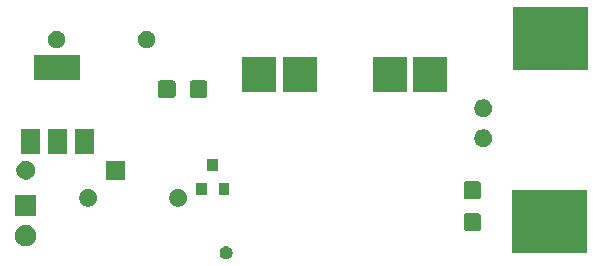
<source format=gts>
G04 #@! TF.GenerationSoftware,KiCad,Pcbnew,(5.1.5)-3*
G04 #@! TF.CreationDate,2020-04-29T21:29:53+02:00*
G04 #@! TF.ProjectId,AGB_LIPO,4147425f-4c49-4504-9f2e-6b696361645f,rev?*
G04 #@! TF.SameCoordinates,Original*
G04 #@! TF.FileFunction,Soldermask,Top*
G04 #@! TF.FilePolarity,Negative*
%FSLAX46Y46*%
G04 Gerber Fmt 4.6, Leading zero omitted, Abs format (unit mm)*
G04 Created by KiCad (PCBNEW (5.1.5)-3) date 2020-04-29 21:29:53*
%MOMM*%
%LPD*%
G04 APERTURE LIST*
%ADD10C,0.100000*%
G04 APERTURE END LIST*
D10*
G36*
X125928500Y-41250000D02*
G01*
X119678500Y-41250000D01*
X119678500Y-36000000D01*
X125928500Y-36000000D01*
X125928500Y-41250000D01*
G37*
X125928500Y-41250000D02*
X119678500Y-41250000D01*
X119678500Y-36000000D01*
X125928500Y-36000000D01*
X125928500Y-41250000D01*
G36*
X125992000Y-25750000D02*
G01*
X119742000Y-25750000D01*
X119742000Y-20500000D01*
X125992000Y-20500000D01*
X125992000Y-25750000D01*
G37*
X125992000Y-25750000D02*
X119742000Y-25750000D01*
X119742000Y-20500000D01*
X125992000Y-20500000D01*
X125992000Y-25750000D01*
G36*
X95601221Y-40745174D02*
G01*
X95701495Y-40786709D01*
X95701496Y-40786710D01*
X95791742Y-40847010D01*
X95868490Y-40923758D01*
X95868491Y-40923760D01*
X95928791Y-41014005D01*
X95970326Y-41114279D01*
X95991500Y-41220730D01*
X95991500Y-41329270D01*
X95970326Y-41435721D01*
X95928791Y-41535995D01*
X95928790Y-41535996D01*
X95868490Y-41626242D01*
X95791742Y-41702990D01*
X95746312Y-41733345D01*
X95701495Y-41763291D01*
X95601221Y-41804826D01*
X95494770Y-41826000D01*
X95386230Y-41826000D01*
X95279779Y-41804826D01*
X95179505Y-41763291D01*
X95134688Y-41733345D01*
X95089258Y-41702990D01*
X95012510Y-41626242D01*
X94952210Y-41535996D01*
X94952209Y-41535995D01*
X94910674Y-41435721D01*
X94889500Y-41329270D01*
X94889500Y-41220730D01*
X94910674Y-41114279D01*
X94952209Y-41014005D01*
X95012509Y-40923760D01*
X95012510Y-40923758D01*
X95089258Y-40847010D01*
X95179504Y-40786710D01*
X95179505Y-40786709D01*
X95279779Y-40745174D01*
X95386230Y-40724000D01*
X95494770Y-40724000D01*
X95601221Y-40745174D01*
G37*
G36*
X78574012Y-38953427D02*
G01*
X78723312Y-38983124D01*
X78887284Y-39051044D01*
X79034854Y-39149647D01*
X79160353Y-39275146D01*
X79258956Y-39422716D01*
X79326876Y-39586688D01*
X79361500Y-39760759D01*
X79361500Y-39938241D01*
X79326876Y-40112312D01*
X79258956Y-40276284D01*
X79160353Y-40423854D01*
X79034854Y-40549353D01*
X78887284Y-40647956D01*
X78723312Y-40715876D01*
X78576017Y-40745174D01*
X78549242Y-40750500D01*
X78371758Y-40750500D01*
X78344983Y-40745174D01*
X78197688Y-40715876D01*
X78033716Y-40647956D01*
X77886146Y-40549353D01*
X77760647Y-40423854D01*
X77662044Y-40276284D01*
X77594124Y-40112312D01*
X77559500Y-39938241D01*
X77559500Y-39760759D01*
X77594124Y-39586688D01*
X77662044Y-39422716D01*
X77760647Y-39275146D01*
X77886146Y-39149647D01*
X78033716Y-39051044D01*
X78197688Y-38983124D01*
X78346988Y-38953427D01*
X78371758Y-38948500D01*
X78549242Y-38948500D01*
X78574012Y-38953427D01*
G37*
G36*
X116841298Y-37941247D02*
G01*
X116876867Y-37952037D01*
X116909639Y-37969554D01*
X116938369Y-37993131D01*
X116961946Y-38021861D01*
X116979463Y-38054633D01*
X116990253Y-38090202D01*
X116994500Y-38133325D01*
X116994500Y-39242675D01*
X116990253Y-39285798D01*
X116979463Y-39321367D01*
X116961946Y-39354139D01*
X116938369Y-39382869D01*
X116909639Y-39406446D01*
X116876867Y-39423963D01*
X116841298Y-39434753D01*
X116798175Y-39439000D01*
X115738825Y-39439000D01*
X115695702Y-39434753D01*
X115660133Y-39423963D01*
X115627361Y-39406446D01*
X115598631Y-39382869D01*
X115575054Y-39354139D01*
X115557537Y-39321367D01*
X115546747Y-39285798D01*
X115542500Y-39242675D01*
X115542500Y-38133325D01*
X115546747Y-38090202D01*
X115557537Y-38054633D01*
X115575054Y-38021861D01*
X115598631Y-37993131D01*
X115627361Y-37969554D01*
X115660133Y-37952037D01*
X115695702Y-37941247D01*
X115738825Y-37937000D01*
X116798175Y-37937000D01*
X116841298Y-37941247D01*
G37*
G36*
X79361500Y-38210500D02*
G01*
X77559500Y-38210500D01*
X77559500Y-36408500D01*
X79361500Y-36408500D01*
X79361500Y-38210500D01*
G37*
G36*
X91595559Y-35917360D02*
G01*
X91732232Y-35973972D01*
X91855235Y-36056160D01*
X91959840Y-36160765D01*
X91959841Y-36160767D01*
X92042029Y-36283770D01*
X92098640Y-36420441D01*
X92122954Y-36542675D01*
X92127500Y-36565533D01*
X92127500Y-36713467D01*
X92098640Y-36858559D01*
X92042028Y-36995232D01*
X91959840Y-37118235D01*
X91855235Y-37222840D01*
X91732232Y-37305028D01*
X91732231Y-37305029D01*
X91732230Y-37305029D01*
X91595559Y-37361640D01*
X91450468Y-37390500D01*
X91302532Y-37390500D01*
X91157441Y-37361640D01*
X91020770Y-37305029D01*
X91020769Y-37305029D01*
X91020768Y-37305028D01*
X90897765Y-37222840D01*
X90793160Y-37118235D01*
X90710972Y-36995232D01*
X90654360Y-36858559D01*
X90625500Y-36713467D01*
X90625500Y-36565533D01*
X90630047Y-36542675D01*
X90654360Y-36420441D01*
X90710971Y-36283770D01*
X90793159Y-36160767D01*
X90793160Y-36160765D01*
X90897765Y-36056160D01*
X91020768Y-35973972D01*
X91157441Y-35917360D01*
X91302532Y-35888500D01*
X91450468Y-35888500D01*
X91595559Y-35917360D01*
G37*
G36*
X83975559Y-35917360D02*
G01*
X84112232Y-35973972D01*
X84235235Y-36056160D01*
X84339840Y-36160765D01*
X84339841Y-36160767D01*
X84422029Y-36283770D01*
X84478640Y-36420441D01*
X84502954Y-36542675D01*
X84507500Y-36565533D01*
X84507500Y-36713467D01*
X84478640Y-36858559D01*
X84422028Y-36995232D01*
X84339840Y-37118235D01*
X84235235Y-37222840D01*
X84112232Y-37305028D01*
X84112231Y-37305029D01*
X84112230Y-37305029D01*
X83975559Y-37361640D01*
X83830468Y-37390500D01*
X83682532Y-37390500D01*
X83537441Y-37361640D01*
X83400770Y-37305029D01*
X83400769Y-37305029D01*
X83400768Y-37305028D01*
X83277765Y-37222840D01*
X83173160Y-37118235D01*
X83090972Y-36995232D01*
X83034360Y-36858559D01*
X83005500Y-36713467D01*
X83005500Y-36565533D01*
X83010047Y-36542675D01*
X83034360Y-36420441D01*
X83090971Y-36283770D01*
X83173159Y-36160767D01*
X83173160Y-36160765D01*
X83277765Y-36056160D01*
X83400768Y-35973972D01*
X83537441Y-35917360D01*
X83682532Y-35888500D01*
X83830468Y-35888500D01*
X83975559Y-35917360D01*
G37*
G36*
X116841298Y-35241247D02*
G01*
X116876867Y-35252037D01*
X116909639Y-35269554D01*
X116938369Y-35293131D01*
X116961946Y-35321861D01*
X116979463Y-35354633D01*
X116990253Y-35390202D01*
X116994500Y-35433325D01*
X116994500Y-36542675D01*
X116990253Y-36585798D01*
X116979463Y-36621367D01*
X116961946Y-36654139D01*
X116938369Y-36682869D01*
X116909639Y-36706446D01*
X116876867Y-36723963D01*
X116841298Y-36734753D01*
X116798175Y-36739000D01*
X115738825Y-36739000D01*
X115695702Y-36734753D01*
X115660133Y-36723963D01*
X115627361Y-36706446D01*
X115598631Y-36682869D01*
X115575054Y-36654139D01*
X115557537Y-36621367D01*
X115546747Y-36585798D01*
X115542500Y-36542675D01*
X115542500Y-35433325D01*
X115546747Y-35390202D01*
X115557537Y-35354633D01*
X115575054Y-35321861D01*
X115598631Y-35293131D01*
X115627361Y-35269554D01*
X115660133Y-35252037D01*
X115695702Y-35241247D01*
X115738825Y-35237000D01*
X116798175Y-35237000D01*
X116841298Y-35241247D01*
G37*
G36*
X93798500Y-36362500D02*
G01*
X92896500Y-36362500D01*
X92896500Y-35360500D01*
X93798500Y-35360500D01*
X93798500Y-36362500D01*
G37*
G36*
X95698500Y-36362500D02*
G01*
X94796500Y-36362500D01*
X94796500Y-35360500D01*
X95698500Y-35360500D01*
X95698500Y-36362500D01*
G37*
G36*
X86907000Y-35091000D02*
G01*
X85305000Y-35091000D01*
X85305000Y-33489000D01*
X86907000Y-33489000D01*
X86907000Y-35091000D01*
G37*
G36*
X78719642Y-33519781D02*
G01*
X78865414Y-33580162D01*
X78865416Y-33580163D01*
X78996608Y-33667822D01*
X79108178Y-33779392D01*
X79195837Y-33910584D01*
X79195838Y-33910586D01*
X79256219Y-34056358D01*
X79287000Y-34211107D01*
X79287000Y-34368893D01*
X79256219Y-34523642D01*
X79195838Y-34669414D01*
X79195837Y-34669416D01*
X79108178Y-34800608D01*
X78996608Y-34912178D01*
X78865416Y-34999837D01*
X78865415Y-34999838D01*
X78865414Y-34999838D01*
X78719642Y-35060219D01*
X78564893Y-35091000D01*
X78407107Y-35091000D01*
X78252358Y-35060219D01*
X78106586Y-34999838D01*
X78106585Y-34999838D01*
X78106584Y-34999837D01*
X77975392Y-34912178D01*
X77863822Y-34800608D01*
X77776163Y-34669416D01*
X77776162Y-34669414D01*
X77715781Y-34523642D01*
X77685000Y-34368893D01*
X77685000Y-34211107D01*
X77715781Y-34056358D01*
X77776162Y-33910586D01*
X77776163Y-33910584D01*
X77863822Y-33779392D01*
X77975392Y-33667822D01*
X78106584Y-33580163D01*
X78106586Y-33580162D01*
X78252358Y-33519781D01*
X78407107Y-33489000D01*
X78564893Y-33489000D01*
X78719642Y-33519781D01*
G37*
G36*
X94748500Y-34362500D02*
G01*
X93846500Y-34362500D01*
X93846500Y-33360500D01*
X94748500Y-33360500D01*
X94748500Y-34362500D01*
G37*
G36*
X84261000Y-32951000D02*
G01*
X82659000Y-32951000D01*
X82659000Y-30849000D01*
X84261000Y-30849000D01*
X84261000Y-32951000D01*
G37*
G36*
X79661000Y-32951000D02*
G01*
X78059000Y-32951000D01*
X78059000Y-30849000D01*
X79661000Y-30849000D01*
X79661000Y-32951000D01*
G37*
G36*
X81961000Y-32951000D02*
G01*
X80359000Y-32951000D01*
X80359000Y-30849000D01*
X81961000Y-30849000D01*
X81961000Y-32951000D01*
G37*
G36*
X117419059Y-30877860D02*
G01*
X117555732Y-30934472D01*
X117678735Y-31016660D01*
X117783340Y-31121265D01*
X117865528Y-31244268D01*
X117922140Y-31380941D01*
X117951000Y-31526033D01*
X117951000Y-31673967D01*
X117922140Y-31819059D01*
X117865528Y-31955732D01*
X117783340Y-32078735D01*
X117678735Y-32183340D01*
X117555732Y-32265528D01*
X117555731Y-32265529D01*
X117555730Y-32265529D01*
X117419059Y-32322140D01*
X117273968Y-32351000D01*
X117126032Y-32351000D01*
X116980941Y-32322140D01*
X116844270Y-32265529D01*
X116844269Y-32265529D01*
X116844268Y-32265528D01*
X116721265Y-32183340D01*
X116616660Y-32078735D01*
X116534472Y-31955732D01*
X116477860Y-31819059D01*
X116449000Y-31673967D01*
X116449000Y-31526033D01*
X116477860Y-31380941D01*
X116534472Y-31244268D01*
X116616660Y-31121265D01*
X116721265Y-31016660D01*
X116844268Y-30934472D01*
X116980941Y-30877860D01*
X117126032Y-30849000D01*
X117273968Y-30849000D01*
X117419059Y-30877860D01*
G37*
G36*
X117419059Y-28337860D02*
G01*
X117555732Y-28394472D01*
X117678735Y-28476660D01*
X117783340Y-28581265D01*
X117865528Y-28704268D01*
X117922140Y-28840941D01*
X117951000Y-28986033D01*
X117951000Y-29133967D01*
X117922140Y-29279059D01*
X117865528Y-29415732D01*
X117783340Y-29538735D01*
X117678735Y-29643340D01*
X117555732Y-29725528D01*
X117555731Y-29725529D01*
X117555730Y-29725529D01*
X117419059Y-29782140D01*
X117273968Y-29811000D01*
X117126032Y-29811000D01*
X116980941Y-29782140D01*
X116844270Y-29725529D01*
X116844269Y-29725529D01*
X116844268Y-29725528D01*
X116721265Y-29643340D01*
X116616660Y-29538735D01*
X116534472Y-29415732D01*
X116477860Y-29279059D01*
X116449000Y-29133967D01*
X116449000Y-28986033D01*
X116477860Y-28840941D01*
X116534472Y-28704268D01*
X116616660Y-28581265D01*
X116721265Y-28476660D01*
X116844268Y-28394472D01*
X116980941Y-28337860D01*
X117126032Y-28309000D01*
X117273968Y-28309000D01*
X117419059Y-28337860D01*
G37*
G36*
X93705298Y-26710247D02*
G01*
X93740867Y-26721037D01*
X93773639Y-26738554D01*
X93802369Y-26762131D01*
X93825946Y-26790861D01*
X93843463Y-26823633D01*
X93854253Y-26859202D01*
X93858500Y-26902325D01*
X93858500Y-27961675D01*
X93854253Y-28004798D01*
X93843463Y-28040367D01*
X93825946Y-28073139D01*
X93802369Y-28101869D01*
X93773639Y-28125446D01*
X93740867Y-28142963D01*
X93705298Y-28153753D01*
X93662175Y-28158000D01*
X92552825Y-28158000D01*
X92509702Y-28153753D01*
X92474133Y-28142963D01*
X92441361Y-28125446D01*
X92412631Y-28101869D01*
X92389054Y-28073139D01*
X92371537Y-28040367D01*
X92360747Y-28004798D01*
X92356500Y-27961675D01*
X92356500Y-26902325D01*
X92360747Y-26859202D01*
X92371537Y-26823633D01*
X92389054Y-26790861D01*
X92412631Y-26762131D01*
X92441361Y-26738554D01*
X92474133Y-26721037D01*
X92509702Y-26710247D01*
X92552825Y-26706000D01*
X93662175Y-26706000D01*
X93705298Y-26710247D01*
G37*
G36*
X91005298Y-26710247D02*
G01*
X91040867Y-26721037D01*
X91073639Y-26738554D01*
X91102369Y-26762131D01*
X91125946Y-26790861D01*
X91143463Y-26823633D01*
X91154253Y-26859202D01*
X91158500Y-26902325D01*
X91158500Y-27961675D01*
X91154253Y-28004798D01*
X91143463Y-28040367D01*
X91125946Y-28073139D01*
X91102369Y-28101869D01*
X91073639Y-28125446D01*
X91040867Y-28142963D01*
X91005298Y-28153753D01*
X90962175Y-28158000D01*
X89852825Y-28158000D01*
X89809702Y-28153753D01*
X89774133Y-28142963D01*
X89741361Y-28125446D01*
X89712631Y-28101869D01*
X89689054Y-28073139D01*
X89671537Y-28040367D01*
X89660747Y-28004798D01*
X89656500Y-27961675D01*
X89656500Y-26902325D01*
X89660747Y-26859202D01*
X89671537Y-26823633D01*
X89689054Y-26790861D01*
X89712631Y-26762131D01*
X89741361Y-26738554D01*
X89774133Y-26721037D01*
X89809702Y-26710247D01*
X89852825Y-26706000D01*
X90962175Y-26706000D01*
X91005298Y-26710247D01*
G37*
G36*
X99671000Y-27651000D02*
G01*
X96769000Y-27651000D01*
X96769000Y-24749000D01*
X99671000Y-24749000D01*
X99671000Y-27651000D01*
G37*
G36*
X114171000Y-27651000D02*
G01*
X111269000Y-27651000D01*
X111269000Y-24749000D01*
X114171000Y-24749000D01*
X114171000Y-27651000D01*
G37*
G36*
X103171000Y-27651000D02*
G01*
X100269000Y-27651000D01*
X100269000Y-24749000D01*
X103171000Y-24749000D01*
X103171000Y-27651000D01*
G37*
G36*
X110771000Y-27651000D02*
G01*
X107869000Y-27651000D01*
X107869000Y-24749000D01*
X110771000Y-24749000D01*
X110771000Y-27651000D01*
G37*
G36*
X83111000Y-26651000D02*
G01*
X79209000Y-26651000D01*
X79209000Y-24549000D01*
X83111000Y-24549000D01*
X83111000Y-26651000D01*
G37*
G36*
X88928559Y-22518860D02*
G01*
X89065232Y-22575472D01*
X89188235Y-22657660D01*
X89292840Y-22762265D01*
X89375028Y-22885268D01*
X89431640Y-23021941D01*
X89460500Y-23167033D01*
X89460500Y-23314967D01*
X89431640Y-23460059D01*
X89375028Y-23596732D01*
X89292840Y-23719735D01*
X89188235Y-23824340D01*
X89065232Y-23906528D01*
X89065231Y-23906529D01*
X89065230Y-23906529D01*
X88928559Y-23963140D01*
X88783468Y-23992000D01*
X88635532Y-23992000D01*
X88490441Y-23963140D01*
X88353770Y-23906529D01*
X88353769Y-23906529D01*
X88353768Y-23906528D01*
X88230765Y-23824340D01*
X88126160Y-23719735D01*
X88043972Y-23596732D01*
X87987360Y-23460059D01*
X87958500Y-23314967D01*
X87958500Y-23167033D01*
X87987360Y-23021941D01*
X88043972Y-22885268D01*
X88126160Y-22762265D01*
X88230765Y-22657660D01*
X88353768Y-22575472D01*
X88490441Y-22518860D01*
X88635532Y-22490000D01*
X88783468Y-22490000D01*
X88928559Y-22518860D01*
G37*
G36*
X81308559Y-22518860D02*
G01*
X81445232Y-22575472D01*
X81568235Y-22657660D01*
X81672840Y-22762265D01*
X81755028Y-22885268D01*
X81811640Y-23021941D01*
X81840500Y-23167033D01*
X81840500Y-23314967D01*
X81811640Y-23460059D01*
X81755028Y-23596732D01*
X81672840Y-23719735D01*
X81568235Y-23824340D01*
X81445232Y-23906528D01*
X81445231Y-23906529D01*
X81445230Y-23906529D01*
X81308559Y-23963140D01*
X81163468Y-23992000D01*
X81015532Y-23992000D01*
X80870441Y-23963140D01*
X80733770Y-23906529D01*
X80733769Y-23906529D01*
X80733768Y-23906528D01*
X80610765Y-23824340D01*
X80506160Y-23719735D01*
X80423972Y-23596732D01*
X80367360Y-23460059D01*
X80338500Y-23314967D01*
X80338500Y-23167033D01*
X80367360Y-23021941D01*
X80423972Y-22885268D01*
X80506160Y-22762265D01*
X80610765Y-22657660D01*
X80733768Y-22575472D01*
X80870441Y-22518860D01*
X81015532Y-22490000D01*
X81163468Y-22490000D01*
X81308559Y-22518860D01*
G37*
M02*

</source>
